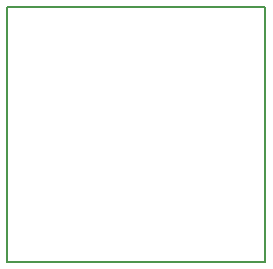
<source format=gbr>
G04 #@! TF.FileFunction,Profile,NP*
%FSLAX46Y46*%
G04 Gerber Fmt 4.6, Leading zero omitted, Abs format (unit mm)*
G04 Created by KiCad (PCBNEW 4.0.2-stable) date Monday, May 22, 2017 'PMt' 12:42:44 PM*
%MOMM*%
G01*
G04 APERTURE LIST*
%ADD10C,0.100000*%
%ADD11C,0.150000*%
G04 APERTURE END LIST*
D10*
D11*
X160782000Y-96520000D02*
X160782000Y-94996000D01*
X138938000Y-96520000D02*
X138938000Y-94996000D01*
X138938000Y-96520000D02*
X138938000Y-97536000D01*
X160782000Y-94996000D02*
X138938000Y-94996000D01*
X160782000Y-116586000D02*
X160782000Y-96520000D01*
X138938000Y-116586000D02*
X160782000Y-116586000D01*
X138938000Y-97536000D02*
X138938000Y-116586000D01*
M02*

</source>
